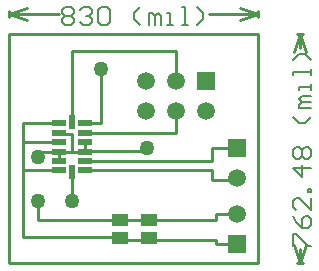
<source format=gbr>
G04 Layer_Physical_Order=1*
G04 Layer_Color=255*
%FSLAX26Y26*%
%MOIN*%
%TF.FileFunction,Copper,L1,Top,Signal*%
%TF.Part,Single*%
G01*
G75*
%TA.AperFunction,SMDPad,CuDef*%
%ADD10R,0.055118X0.043307*%
%TA.AperFunction,SMDPad,SMDef*%
%ADD11R,0.047244X0.019685*%
%ADD12R,0.019685X0.047244*%
%TA.AperFunction,Conductor*%
%ADD13C,0.010000*%
%TA.AperFunction,NonConductor*%
%ADD14C,0.010000*%
%ADD15C,0.006000*%
%TA.AperFunction,ComponentPad*%
%ADD16R,0.059055X0.059055*%
%ADD17C,0.059055*%
%ADD18R,0.059055X0.059055*%
%TA.AperFunction,ViaPad*%
%ADD19C,0.050000*%
D10*
X1375000Y1144528D02*
D03*
Y1085473D02*
D03*
X1470000Y1144528D02*
D03*
Y1085473D02*
D03*
D11*
X1171693Y1311260D02*
D03*
Y1342756D02*
D03*
Y1374252D02*
D03*
Y1405748D02*
D03*
Y1437244D02*
D03*
Y1468740D02*
D03*
X1258307D02*
D03*
Y1437244D02*
D03*
Y1405748D02*
D03*
Y1374252D02*
D03*
Y1342756D02*
D03*
Y1311260D02*
D03*
D12*
X1215000Y1472677D02*
D03*
Y1307323D02*
D03*
D13*
X1171693Y1468740D02*
Y1470000D01*
X1375000Y1085473D02*
Y1090000D01*
X1171693Y1437244D02*
Y1440000D01*
X1050000Y1405748D02*
X1171693D01*
X1050000Y1311260D02*
X1171693D01*
X1258307Y1435000D02*
Y1437244D01*
X1375000Y1144528D02*
X1470000D01*
X1171693Y1342756D02*
Y1374252D01*
X1215000D02*
Y1434055D01*
X1171693D02*
X1215000D01*
X1171693Y1374252D02*
X1215000D01*
X1258307D01*
X1050000Y1090000D02*
X1375000D01*
X1050000D02*
Y1468740D01*
X1171693D01*
X1215000Y1210000D02*
Y1307323D01*
X1100000Y1374252D02*
X1171693D01*
X1100000Y1355000D02*
Y1374252D01*
Y1145000D02*
X1375000D01*
X1100000D02*
Y1210000D01*
Y1230000D01*
X1258307Y1468740D02*
X1310000D01*
Y1650000D01*
X1560000Y1435000D02*
Y1510000D01*
Y1610000D02*
Y1710000D01*
X1215000Y1472677D02*
Y1710000D01*
X1560000D01*
X1258307Y1311260D02*
X1680000D01*
Y1280000D02*
Y1311260D01*
Y1280000D02*
X1760000D01*
X1470000Y1145000D02*
X1695000D01*
Y1166260D01*
X1765000D01*
X1695000Y1066260D02*
X1765000D01*
X1695000D02*
Y1080000D01*
X1375000D02*
X1695000D01*
X1258307Y1374252D02*
Y1375000D01*
Y1405748D01*
Y1375000D02*
X1448307D01*
X1258307Y1435000D02*
X1560000D01*
X1448307Y1375000D02*
X1465000Y1391693D01*
D14*
X1258307Y1342756D02*
X1580000D01*
X1680000D01*
X1700000Y1385000D02*
X1760000D01*
X1680000Y1342756D02*
Y1385000D01*
X1700000D01*
X1005000Y1002520D02*
X1835000D01*
X1005000D02*
Y1765000D01*
X1835000D01*
Y1002520D02*
Y1765000D01*
X1005924Y1830990D02*
X1170000D01*
X1671848D02*
X1835924D01*
X1005924D02*
X1065924Y1850990D01*
X1005924Y1830990D02*
X1065924Y1810990D01*
X1775924Y1850990D02*
X1835924Y1830990D01*
X1775924Y1810990D02*
X1835924Y1830990D01*
X1005924Y1820990D02*
Y1840990D01*
X1835924Y1820990D02*
Y1840990D01*
X1975000Y1002520D02*
Y1047863D01*
Y1719656D02*
Y1765000D01*
X1955000Y1062520D02*
X1975000Y1002520D01*
X1995000Y1062520D01*
X1955000Y1705000D02*
X1975000Y1765000D01*
X1995000Y1705000D01*
X1965000Y1002520D02*
X1985000D01*
X1965000Y1765000D02*
X1985000D01*
D15*
X1180000Y1844984D02*
X1189997Y1854981D01*
X1209990D01*
X1219987Y1844984D01*
Y1834987D01*
X1209990Y1824990D01*
X1219987Y1814994D01*
Y1804997D01*
X1209990Y1795000D01*
X1189997D01*
X1180000Y1804997D01*
Y1814994D01*
X1189997Y1824990D01*
X1180000Y1834987D01*
Y1844984D01*
X1189997Y1824990D02*
X1209990D01*
X1239981Y1844984D02*
X1249977Y1854981D01*
X1269971D01*
X1279968Y1844984D01*
Y1834987D01*
X1269971Y1824990D01*
X1259974D01*
X1269971D01*
X1279968Y1814994D01*
Y1804997D01*
X1269971Y1795000D01*
X1249977D01*
X1239981Y1804997D01*
X1299961Y1844984D02*
X1309958Y1854981D01*
X1329951D01*
X1339948Y1844984D01*
Y1804997D01*
X1329951Y1795000D01*
X1309958D01*
X1299961Y1804997D01*
Y1844984D01*
X1439916Y1795000D02*
X1419922Y1814994D01*
Y1834987D01*
X1439916Y1854981D01*
X1469906Y1795000D02*
Y1834987D01*
X1479903D01*
X1489900Y1824990D01*
Y1795000D01*
Y1824990D01*
X1499897Y1834987D01*
X1509893Y1824990D01*
Y1795000D01*
X1529887D02*
X1549880D01*
X1539884D01*
Y1834987D01*
X1529887D01*
X1579871Y1795000D02*
X1599864D01*
X1589867D01*
Y1854981D01*
X1579871D01*
X1629854Y1795000D02*
X1649848Y1814994D01*
Y1834987D01*
X1629854Y1854981D01*
X1951010Y1057863D02*
Y1097850D01*
X1961006D01*
X2000994Y1057863D01*
X2010990D01*
X1951010Y1157831D02*
X1961006Y1137837D01*
X1981000Y1117844D01*
X2000994D01*
X2010990Y1127841D01*
Y1147834D01*
X2000994Y1157831D01*
X1990997D01*
X1981000Y1147834D01*
Y1117844D01*
X2010990Y1217812D02*
Y1177824D01*
X1971003Y1217812D01*
X1961006D01*
X1951010Y1207815D01*
Y1187821D01*
X1961006Y1177824D01*
X2010990Y1237805D02*
X2000994D01*
Y1247802D01*
X2010990D01*
Y1237805D01*
Y1317779D02*
X1951010D01*
X1981000Y1287789D01*
Y1327776D01*
X1961006Y1347770D02*
X1951010Y1357766D01*
Y1377760D01*
X1961006Y1387757D01*
X1971003D01*
X1981000Y1377760D01*
X1990997Y1387757D01*
X2000994D01*
X2010990Y1377760D01*
Y1357766D01*
X2000994Y1347770D01*
X1990997D01*
X1981000Y1357766D01*
X1971003Y1347770D01*
X1961006D01*
X1981000Y1357766D02*
Y1377760D01*
X2010990Y1487724D02*
X1990997Y1467731D01*
X1971003D01*
X1951010Y1487724D01*
X2010990Y1517715D02*
X1971003D01*
Y1527711D01*
X1981000Y1537708D01*
X2010990D01*
X1981000D01*
X1971003Y1547705D01*
X1981000Y1557702D01*
X2010990D01*
Y1577695D02*
Y1597689D01*
Y1587692D01*
X1971003D01*
Y1577695D01*
X2010990Y1627679D02*
Y1647672D01*
Y1637676D01*
X1951010D01*
Y1627679D01*
X2010990Y1677663D02*
X1990997Y1697656D01*
X1971003D01*
X1951010Y1677663D01*
D16*
X1660000Y1610000D02*
D03*
D17*
Y1510000D02*
D03*
X1560000Y1610000D02*
D03*
Y1510000D02*
D03*
X1460000Y1610000D02*
D03*
Y1510000D02*
D03*
X1765000Y1166260D02*
D03*
Y1285000D02*
D03*
D18*
Y1066260D02*
D03*
Y1385000D02*
D03*
D19*
X1100000Y1355000D02*
D03*
Y1210000D02*
D03*
X1310000Y1650000D02*
D03*
X1215000Y1210000D02*
D03*
X1465000Y1386693D02*
D03*
%TF.MD5,54A2194670FB803101B5BA0C51BA1D4D*%
M02*

</source>
